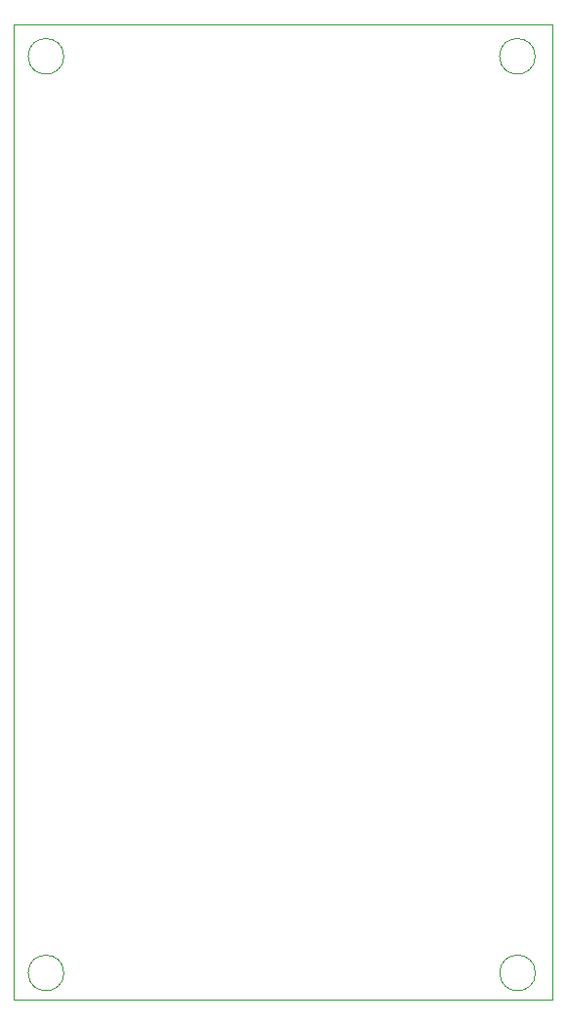
<source format=gbr>
%TF.GenerationSoftware,KiCad,Pcbnew,(5.1.6)-1*%
%TF.CreationDate,2021-04-30T10:44:40-04:00*%
%TF.ProjectId,Engine_Doctor_v0.1,456e6769-6e65-45f4-946f-63746f725f76,rev?*%
%TF.SameCoordinates,Original*%
%TF.FileFunction,Profile,NP*%
%FSLAX46Y46*%
G04 Gerber Fmt 4.6, Leading zero omitted, Abs format (unit mm)*
G04 Created by KiCad (PCBNEW (5.1.6)-1) date 2021-04-30 10:44:40*
%MOMM*%
%LPD*%
G01*
G04 APERTURE LIST*
%TA.AperFunction,Profile*%
%ADD10C,0.050000*%
%TD*%
G04 APERTURE END LIST*
D10*
X178054000Y-76200000D02*
X178054000Y-160782000D01*
X178054000Y-160782000D02*
X224790000Y-160782000D01*
X223308043Y-158496000D02*
G75*
G03*
X223308043Y-158496000I-1545022J0D01*
G01*
X182393022Y-158496000D02*
G75*
G03*
X182393022Y-158496000I-1545022J0D01*
G01*
X223287022Y-78994000D02*
G75*
G03*
X223287022Y-78994000I-1545022J0D01*
G01*
X182393022Y-78994000D02*
G75*
G03*
X182393022Y-78994000I-1545022J0D01*
G01*
X178054000Y-76200000D02*
X224790000Y-76200000D01*
X224790000Y-160782000D02*
X224790000Y-76200000D01*
M02*

</source>
